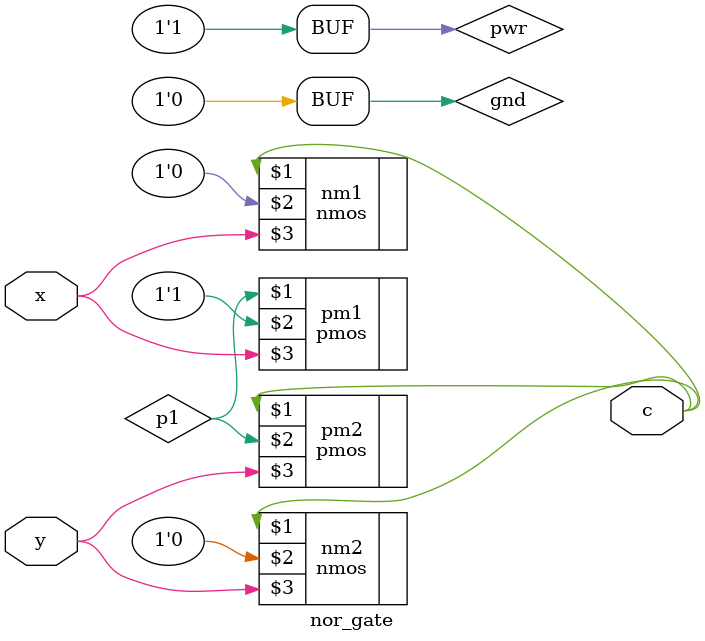
<source format=v>
module sign_extend(in, out);
  input [15:0] in;
  output [31:0] out;

  assign out = {{16{in[15]}}, in};
endmodule

module sign_extend_26(in, out);
  input [25:0] in;
  output [31:0] out;

  assign out = {{6{in[25]}},in};
endmodule

// модуль, который реализует побитовый сдвиг числа
// влево на 2 бита
module shl_2(in, out);
  input [31:0] in;
  output [31:0] out;

  assign out = {in[29:0], 2'b00};
endmodule

// 32 битный сумматор
module adder(a, b, out);
  input [31:0] a, b;
  output [31:0] out;

  assign out = a + b;
endmodule

// 32-битный мультиплексор
module mux2_32(d0, d1, a, out);
  input [31:0] d0, d1;
  input a;
  output [31:0] out;
  assign out = a ? d1 : d0;
endmodule

// 5 - битный мультиплексор
module mux2_5(d0, d1, a, out);
  input [4:0] d0, d1;
  input a;
  output [4:0] out;
  assign out = a ? d1 : d0;
endmodule


module xnor_gate(x,y,c);
  input wire x,y;
  output wire c;
  wire nx,ny,a1,a2;
  not_gate ng1(x,nx);
  not_gate ng2(y,ny);
  and_gate ag1(x,y,a1);
  and_gate ag2(nx,ny,a2);
  or_gate og1(a1,a2,c);
endmodule


module xor_gate(a,b,c);
input a,b;
output c;
nand_gate nag1(a,b,nab);
or_gate og1(a,b,oab);
and_gate ag1(nab,oab,c);
endmodule

module isbne(opcode, ans);
  input [5:0] opcode;
  output ans;
  reg a;
  always @(opcode) begin
    a=0;
    case(opcode)
    6'b000101:
    begin
      a=1;
    end
    endcase
  end
  assign ans=a;
endmodule

module alu(a,b,op,zero,res);
  input [31:0] a,b;
  input [2:0] op;
  output zero;
  output [31:0] res;

  reg [31:0] r;
  reg z, less;
  wire sl;

  slt_gate slt(a,b,sl);

  always @(a or b or op)
  begin
    #1;
    less=sl;
    case(op)
      3'b010: r=a+b;
      3'b110: r=a-b;
      3'b000: r=a&b;
      3'b001: r=a|b;
      3'b111: begin
        r={31'b0000000000000000000000000000000,less};  
      end
    endcase
    if(r==0)
    begin
      z=1;
    end
    else
    begin
      z=0;
    end
    //$display("res is %b, zero is %d",r,z);
  end

  assign res=r;
  assign zero=z;
endmodule

module slt_gate(a,b,ans);
  input [31:0] a,b;
  output ans;
  
  wire [31:0] invb, nb;
  wire s1,c1,s2,c2,s3,c3,s4,c4,x1,x2,x3;
  wire s5,s6,s7,s8,s9,s10,s11,s12,s13,s14,s15,s16,s17,s18,s19,s20,
  s21,s22,s23,s24,s25,s26,s27,s28,s29,s30,s31,s32;
  wire c5,c6,c7,c8,c9,c10,c11,c12,c13,c14,c15,c16,c17,c18,c19,c20,
  c21,c22,c23,c24,c25,c26,c27,c28,c29,c30,c31,c32;
  invert inv(b,invb);
  full_adder_1_bit fa1(a[0],invb[0],1'b1,s1,c1);
  full_adder_1_bit fa2(a[1],invb[1],c1,s2,c2);
  full_adder_1_bit fa3(a[2],invb[2],c2,s3,c3);
  full_adder_1_bit fa4(a[3],invb[3],c3,s4,c4);
  full_adder_1_bit fa5(a[4],invb[4],c4,s5,c5);
  full_adder_1_bit fa6(a[5],invb[5],c5,s6,c6);
  full_adder_1_bit fa7(a[6],invb[6],c6,s7,c7);
  full_adder_1_bit fa8(a[7],invb[7],c7,s8,c8);
  full_adder_1_bit fa9(a[8],invb[8],c8,s9,c9);
  full_adder_1_bit fa10(a[9],invb[9],c9,s10,c10);
  full_adder_1_bit fa11(a[10],invb[10],c10,s11,c11);
  full_adder_1_bit fa12(a[11],invb[11],c11,s12,c12);
  full_adder_1_bit fa13(a[12],invb[12],c12,s13,c13);
  full_adder_1_bit fa14(a[13],invb[13],c13,s14,c14);
  full_adder_1_bit fa15(a[14],invb[14],c14,s15,c15);
  full_adder_1_bit fa16(a[15],invb[15],c15,s16,c16);
  full_adder_1_bit fa17(a[16],invb[16],c16,s17,c17);
  full_adder_1_bit fa18(a[17],invb[17],c17,s18,c18);
  full_adder_1_bit fa19(a[18],invb[18],c18,s19,c19);
  full_adder_1_bit fa20(a[19],invb[19],c19,s20,c20);
  full_adder_1_bit fa21(a[20],invb[20],c20,s21,c21);
  full_adder_1_bit fa22(a[21],invb[21],c21,s22,c22);
  full_adder_1_bit fa23(a[22],invb[22],c22,s23,c23);
  full_adder_1_bit fa24(a[23],invb[23],c23,s24,c24);
  full_adder_1_bit fa25(a[24],invb[24],c24,s25,c25);
  full_adder_1_bit fa26(a[25],invb[25],c25,s26,c26);
  full_adder_1_bit fa27(a[26],invb[26],c26,s27,c27);
  full_adder_1_bit fa28(a[27],invb[27],c27,s28,c28);
  full_adder_1_bit fa29(a[28],invb[28],c28,s29,c29);
  full_adder_1_bit fa30(a[29],invb[29],c29,s30,c30);
  full_adder_1_bit fa31(a[30],invb[30],c30,s31,c31);
  full_adder_1_bit fa32(a[31],invb[31],c31,s32,c32);
  
  xor_gate xg1(a[31],b[31],x1);
  xor_gate xg2(c32,x1,x2);
  not_gate ng(x2,ans);

endmodule

module invert(a,na);
  input [31:0] a;
  output [31:0] na;
  reg [31:0] nan;
  reg i;
  not_gate ng1(a[0],na[0]);
  not_gate ng2(a[1],na[1]);
  not_gate ng3(a[2],na[2]);
  not_gate ng4(a[3],na[3]);
  not_gate ng5(a[4],na[4]);
  not_gate ng6(a[5],na[5]);
  not_gate ng7(a[6],na[6]);
  not_gate ng8(a[7],na[7]);
  not_gate ng9(a[8],na[8]);
  not_gate ng10(a[9],na[9]);
  not_gate ng11(a[10],na[10]);
  not_gate ng12(a[11],na[11]);
  not_gate ng13(a[12],na[12]);
  not_gate ng14(a[13],na[13]);
  not_gate ng15(a[14],na[14]);
  not_gate ng16(a[15],na[15]);
  not_gate ng17(a[16],na[16]);
  not_gate ng18(a[17],na[17]);
  not_gate ng19(a[18],na[18]);
  not_gate ng20(a[19],na[19]);
  not_gate ng21(a[20],na[20]);
  not_gate ng22(a[21],na[21]);
  not_gate ng23(a[22],na[22]);
  not_gate ng24(a[23],na[23]);
  not_gate ng25(a[24],na[24]);
  not_gate ng26(a[25],na[25]);
  not_gate ng27(a[26],na[26]);
  not_gate ng28(a[27],na[27]);
  not_gate ng29(a[28],na[28]);
  not_gate ng30(a[29],na[29]);
  not_gate ng31(a[30],na[30]);
  not_gate ng32(a[31],na[31]);
endmodule

module full_adder_1_bit(a,b,cin,sum,cout);
  input a,b,cin;
  output sum,cout;

  wire xn1,a1,a2,a3,o1;
  xnor_gate xng1(a,b,xn1);
  xnor_gate xng2(xn1,cin,sum);
  and_gate ag1(a,b,a1);
  and_gate ag2(a,cin,a2);
  and_gate ag3(cin,b,a3);
  or_gate og1(a1,a2,o1);
  or_gate og2(o1,a3,cout);
endmodule

module and_gate(x,y,c);
  input wire x,y;
  output wire c;
  wire w;
  nand_gate nag1(x,y,w);
  not_gate ng1(w,c);
endmodule

module not_gate(x,y);
  input wire x;
  output wire y;
  supply0 gnd;
  supply1 vdd;
  nmos nm(y,gnd,x);
  pmos pm(y,vdd,x);
endmodule

module nand_gate(x,y,c);
  input wire x, y;
  output wire c;
  supply0 gnd;
  supply1 pwr;
  wire n1;
  pmos pm1(c,pwr,x);
  pmos pm2(c,pwr,y);
  nmos nm1(n1,gnd,x);
  nmos nm2(c,n1,y);
endmodule


module or_gate(x,y,c);
  input wire x,y;
  output wire c;
  wire w;
  nor_gate nog1(x,y,w);
  not_gate ng1(w,c);
endmodule

module nor_gate(x,y,c);
  input wire x, y;
  output wire c;
  supply0 gnd;
  supply1 pwr;
  wire p1;
  pmos pm1(p1,pwr,x);
  pmos pm2(c,p1,y);
  nmos nm1(c,gnd,x);
  nmos nm2(c,gnd,y);
endmodule

</source>
